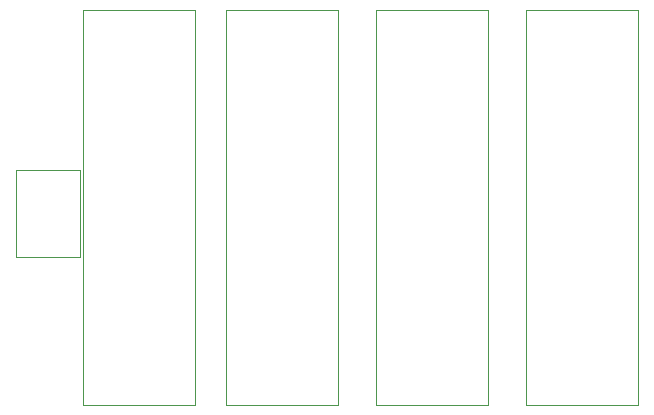
<source format=gbr>
%TF.GenerationSoftware,KiCad,Pcbnew,(5.1.6)-1*%
%TF.CreationDate,2020-10-09T13:05:13-04:00*%
%TF.ProjectId,heater,68656174-6572-42e6-9b69-6361645f7063,rev?*%
%TF.SameCoordinates,Original*%
%TF.FileFunction,Other,User*%
%FSLAX46Y46*%
G04 Gerber Fmt 4.6, Leading zero omitted, Abs format (unit mm)*
G04 Created by KiCad (PCBNEW (5.1.6)-1) date 2020-10-09 13:05:13*
%MOMM*%
%LPD*%
G01*
G04 APERTURE LIST*
%ADD10C,0.050000*%
G04 APERTURE END LIST*
D10*
%TO.C,Q1*%
X34958000Y-41038000D02*
X34958000Y-33638000D01*
X29558000Y-41038000D02*
X34958000Y-41038000D01*
X29558000Y-33638000D02*
X29558000Y-41038000D01*
X34958000Y-33638000D02*
X29558000Y-33638000D01*
%TO.C,R3*%
X56820000Y-53530000D02*
X56820000Y-20140000D01*
X47320000Y-53530000D02*
X56820000Y-53530000D01*
X47320000Y-20140000D02*
X47320000Y-53530000D01*
X56820000Y-20140000D02*
X47320000Y-20140000D01*
%TO.C,R2*%
X60020000Y-20130000D02*
X60020000Y-53520000D01*
X69520000Y-20130000D02*
X60020000Y-20130000D01*
X69520000Y-53520000D02*
X69520000Y-20130000D01*
X60020000Y-53520000D02*
X69520000Y-53520000D01*
%TO.C,R1*%
X72720000Y-20130000D02*
X72720000Y-53520000D01*
X82220000Y-20130000D02*
X72720000Y-20130000D01*
X82220000Y-53520000D02*
X82220000Y-20130000D01*
X72720000Y-53520000D02*
X82220000Y-53520000D01*
%TO.C,R4*%
X44755000Y-20140000D02*
X35255000Y-20140000D01*
X35255000Y-20140000D02*
X35255000Y-53530000D01*
X35255000Y-53530000D02*
X44755000Y-53530000D01*
X44755000Y-53530000D02*
X44755000Y-20140000D01*
%TD*%
M02*

</source>
